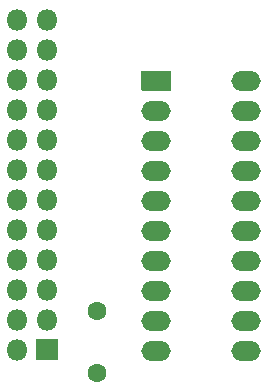
<source format=gbr>
%TF.GenerationSoftware,KiCad,Pcbnew,5.99.0-unknown-ad88874~101~ubuntu20.04.1*%
%TF.CreationDate,2020-05-19T21:35:34-04:00*%
%TF.ProjectId,L6205DIP,4c363230-3544-4495-902e-6b696361645f,rev?*%
%TF.SameCoordinates,Original*%
%TF.FileFunction,Soldermask,Bot*%
%TF.FilePolarity,Negative*%
%FSLAX46Y46*%
G04 Gerber Fmt 4.6, Leading zero omitted, Abs format (unit mm)*
G04 Created by KiCad (PCBNEW 5.99.0-unknown-ad88874~101~ubuntu20.04.1) date 2020-05-19 21:35:34*
%MOMM*%
%LPD*%
G01*
G04 APERTURE LIST*
%ADD10O,1.800000X1.800000*%
%ADD11O,2.500000X1.700000*%
%ADD12C,1.600000*%
G04 APERTURE END LIST*
%TO.C,J1*%
G36*
G01*
X107900000Y-130650000D02*
X107900000Y-132350000D01*
G75*
G02*
X107850000Y-132400000I-50000J0D01*
G01*
X106150000Y-132400000D01*
G75*
G02*
X106100000Y-132350000I0J50000D01*
G01*
X106100000Y-130650000D01*
G75*
G02*
X106150000Y-130600000I50000J0D01*
G01*
X107850000Y-130600000D01*
G75*
G02*
X107900000Y-130650000I0J-50000D01*
G01*
G37*
D10*
X104460000Y-131500000D03*
X107000000Y-128960000D03*
X104460000Y-128960000D03*
X107000000Y-126420000D03*
X104460000Y-126420000D03*
X107000000Y-123880000D03*
X104460000Y-123880000D03*
X107000000Y-121340000D03*
X104460000Y-121340000D03*
X107000000Y-118800000D03*
X104460000Y-118800000D03*
X107000000Y-116260000D03*
X104460000Y-116260000D03*
X107000000Y-113720000D03*
X104460000Y-113720000D03*
X107000000Y-111180000D03*
X104460000Y-111180000D03*
X107000000Y-108640000D03*
X104460000Y-108640000D03*
X107000000Y-106100000D03*
X104460000Y-106100000D03*
X107000000Y-103560000D03*
X104460000Y-103560000D03*
%TD*%
D11*
%TO.C,U1*%
X123870000Y-108750000D03*
X116250000Y-131610000D03*
X123870000Y-111290000D03*
X116250000Y-129070000D03*
X123870000Y-113830000D03*
X116250000Y-126530000D03*
X123870000Y-116370000D03*
X116250000Y-123990000D03*
X123870000Y-118910000D03*
X116250000Y-121450000D03*
X123870000Y-121450000D03*
X116250000Y-118910000D03*
X123870000Y-123990000D03*
X116250000Y-116370000D03*
X123870000Y-126530000D03*
X116250000Y-113830000D03*
X123870000Y-129070000D03*
X116250000Y-111290000D03*
X123870000Y-131610000D03*
G36*
G01*
X115000000Y-109550000D02*
X115000000Y-107950000D01*
G75*
G02*
X115050000Y-107900000I50000J0D01*
G01*
X117450000Y-107900000D01*
G75*
G02*
X117500000Y-107950000I0J-50000D01*
G01*
X117500000Y-109550000D01*
G75*
G02*
X117450000Y-109600000I-50000J0D01*
G01*
X115050000Y-109600000D01*
G75*
G02*
X115000000Y-109550000I0J50000D01*
G01*
G37*
%TD*%
D12*
%TO.C,M1*%
X111250000Y-133500000D03*
%TD*%
%TO.C,M2*%
X111250000Y-128250000D03*
%TD*%
M02*

</source>
